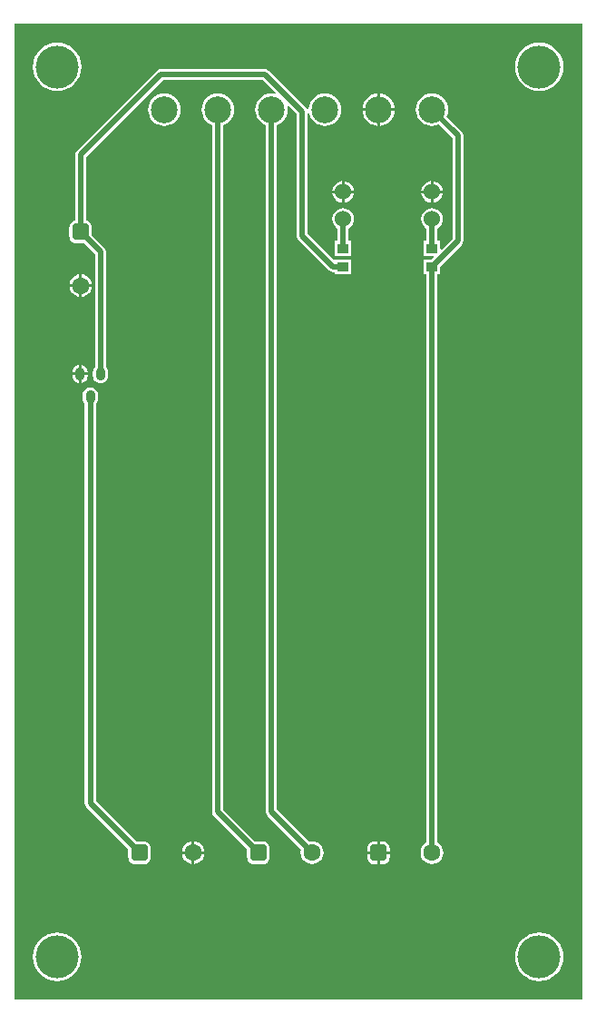
<source format=gtl>
%FSLAX44Y44*%
%MOMM*%
G71*
G01*
G75*
G04 Layer_Physical_Order=1*
G04 Layer_Color=255*
%ADD10R,1.0000X0.9000*%
%ADD11O,0.9000X1.2000*%
%ADD12C,0.5000*%
%ADD13C,2.5000*%
%ADD14C,1.5240*%
%ADD15C,4.0000*%
G04:AMPARAMS|DCode=16|XSize=1.6mm|YSize=1.6mm|CornerRadius=0.4mm|HoleSize=0mm|Usage=FLASHONLY|Rotation=0.000|XOffset=0mm|YOffset=0mm|HoleType=Round|Shape=RoundedRectangle|*
%AMROUNDEDRECTD16*
21,1,1.6000,0.8000,0,0,0.0*
21,1,0.8000,1.6000,0,0,0.0*
1,1,0.8000,0.4000,-0.4000*
1,1,0.8000,-0.4000,-0.4000*
1,1,0.8000,-0.4000,0.4000*
1,1,0.8000,0.4000,0.4000*
%
%ADD16ROUNDEDRECTD16*%
%ADD17C,1.6000*%
G04:AMPARAMS|DCode=18|XSize=1.6mm|YSize=1.6mm|CornerRadius=0.4mm|HoleSize=0mm|Usage=FLASHONLY|Rotation=270.000|XOffset=0mm|YOffset=0mm|HoleType=Round|Shape=RoundedRectangle|*
%AMROUNDEDRECTD18*
21,1,1.6000,0.8000,0,0,270.0*
21,1,0.8000,1.6000,0,0,270.0*
1,1,0.8000,-0.4000,-0.4000*
1,1,0.8000,-0.4000,0.4000*
1,1,0.8000,0.4000,0.4000*
1,1,0.8000,0.4000,-0.4000*
%
%ADD18ROUNDEDRECTD18*%
G36*
X535000Y5000D02*
X5000D01*
Y915000D01*
X535000D01*
Y5000D01*
D02*
G37*
%LPC*%
G36*
X349000Y152596D02*
X346270D01*
Y143270D01*
X355597D01*
Y146000D01*
X355372Y147707D01*
X354713Y149298D01*
X353665Y150664D01*
X352298Y151713D01*
X350708Y152372D01*
X349000Y152596D01*
D02*
G37*
G36*
X65230Y587230D02*
X59399D01*
Y587000D01*
X59641Y585162D01*
X60350Y583450D01*
X61479Y581979D01*
X62950Y580850D01*
X64662Y580141D01*
X65230Y580066D01*
Y587230D01*
D02*
G37*
G36*
X173270Y152464D02*
Y143270D01*
X182463D01*
X182269Y144751D01*
X181206Y147315D01*
X179517Y149517D01*
X177315Y151207D01*
X174751Y152269D01*
X173270Y152464D01*
D02*
G37*
G36*
X343730Y152596D02*
X341000D01*
X339293Y152372D01*
X337702Y151713D01*
X336336Y150664D01*
X335288Y149298D01*
X334628Y147707D01*
X334404Y146000D01*
Y143270D01*
X343730D01*
Y152596D01*
D02*
G37*
G36*
X73601Y587230D02*
X67770D01*
Y580066D01*
X68338Y580141D01*
X70050Y580850D01*
X71521Y581979D01*
X72649Y583450D01*
X73359Y585162D01*
X73601Y587000D01*
Y587230D01*
D02*
G37*
G36*
X65730Y669730D02*
X56536D01*
X56732Y668249D01*
X57794Y665685D01*
X59483Y663483D01*
X61685Y661793D01*
X64249Y660731D01*
X65730Y660536D01*
Y669730D01*
D02*
G37*
G36*
X77464D02*
X68270D01*
Y660536D01*
X69752Y660731D01*
X72316Y661793D01*
X74517Y663483D01*
X76207Y665685D01*
X77269Y668249D01*
X77464Y669730D01*
D02*
G37*
G36*
X65230Y596933D02*
X64662Y596859D01*
X62950Y596149D01*
X61479Y595021D01*
X60350Y593550D01*
X59641Y591838D01*
X59399Y590000D01*
Y589770D01*
X65230D01*
Y596933D01*
D02*
G37*
G36*
X67770D02*
Y589770D01*
X73601D01*
Y590000D01*
X73359Y591838D01*
X72649Y593550D01*
X71521Y595021D01*
X70050Y596149D01*
X68338Y596859D01*
X67770Y596933D01*
D02*
G37*
G36*
X76000Y576101D02*
X74162Y575859D01*
X72450Y575149D01*
X70979Y574021D01*
X69851Y572551D01*
X69141Y570838D01*
X68899Y569000D01*
Y566000D01*
X69141Y564162D01*
X69851Y562450D01*
X70861Y561133D01*
Y188000D01*
X70861Y188000D01*
X70861D01*
X71252Y186033D01*
X72366Y184366D01*
X111404Y145329D01*
Y138000D01*
X111628Y136293D01*
X112287Y134702D01*
X113336Y133336D01*
X114702Y132287D01*
X116293Y131628D01*
X118000Y131403D01*
X126000D01*
X127707Y131628D01*
X129298Y132287D01*
X130664Y133336D01*
X131713Y134702D01*
X132372Y136293D01*
X132596Y138000D01*
Y146000D01*
X132372Y147707D01*
X131713Y149298D01*
X130664Y150664D01*
X129298Y151713D01*
X127707Y152372D01*
X126000Y152596D01*
X118671D01*
X81139Y190128D01*
Y561133D01*
X82149Y562450D01*
X82859Y564162D01*
X83101Y566000D01*
Y569000D01*
X82859Y570838D01*
X82149Y572551D01*
X81021Y574021D01*
X79550Y575149D01*
X77838Y575859D01*
X76000Y576101D01*
D02*
G37*
G36*
X195000Y850113D02*
X192052Y849823D01*
X189217Y848963D01*
X186604Y847566D01*
X184314Y845687D01*
X182434Y843396D01*
X181038Y840784D01*
X180178Y837949D01*
X179887Y835000D01*
X180178Y832052D01*
X181038Y829217D01*
X182434Y826604D01*
X184314Y824314D01*
X186604Y822434D01*
X189217Y821038D01*
X189861Y820842D01*
Y180000D01*
X189861Y180000D01*
X189861D01*
X190252Y178033D01*
X191366Y176366D01*
X222404Y145329D01*
Y138000D01*
X222628Y136293D01*
X223287Y134702D01*
X224335Y133336D01*
X225702Y132287D01*
X227293Y131628D01*
X229000Y131403D01*
X237000D01*
X238707Y131628D01*
X240298Y132287D01*
X241664Y133336D01*
X242713Y134702D01*
X243372Y136293D01*
X243596Y138000D01*
Y146000D01*
X243372Y147707D01*
X242713Y149298D01*
X241664Y150664D01*
X240298Y151713D01*
X238707Y152372D01*
X237000Y152596D01*
X229671D01*
X200139Y182128D01*
Y820842D01*
X200783Y821038D01*
X203396Y822434D01*
X205686Y824314D01*
X207566Y826604D01*
X208962Y829217D01*
X209822Y832052D01*
X210113Y835000D01*
X209822Y837949D01*
X208962Y840784D01*
X207566Y843396D01*
X205686Y845687D01*
X203396Y847566D01*
X200783Y848963D01*
X197948Y849823D01*
X195000Y850113D01*
D02*
G37*
G36*
X45000Y67649D02*
X40581Y67214D01*
X36332Y65925D01*
X32417Y63832D01*
X28984Y61015D01*
X26168Y57583D01*
X24075Y53667D01*
X22786Y49418D01*
X22351Y45000D01*
X22786Y40581D01*
X24075Y36332D01*
X26168Y32417D01*
X28984Y28984D01*
X32417Y26168D01*
X36332Y24075D01*
X40581Y22786D01*
X45000Y22351D01*
X49418Y22786D01*
X53667Y24075D01*
X57583Y26168D01*
X61015Y28984D01*
X63832Y32417D01*
X65925Y36332D01*
X67214Y40581D01*
X67649Y45000D01*
X67214Y49418D01*
X65925Y53667D01*
X63832Y57583D01*
X61015Y61015D01*
X57583Y63832D01*
X53667Y65925D01*
X49418Y67214D01*
X45000Y67649D01*
D02*
G37*
G36*
X495000D02*
X490581Y67214D01*
X486333Y65925D01*
X482417Y63832D01*
X478985Y61015D01*
X476168Y57583D01*
X474075Y53667D01*
X472786Y49418D01*
X472351Y45000D01*
X472786Y40581D01*
X474075Y36332D01*
X476168Y32417D01*
X478985Y28984D01*
X482417Y26168D01*
X486333Y24075D01*
X490581Y22786D01*
X495000Y22351D01*
X499418Y22786D01*
X503667Y24075D01*
X507583Y26168D01*
X511015Y28984D01*
X513832Y32417D01*
X515925Y36332D01*
X517214Y40581D01*
X517649Y45000D01*
X517214Y49418D01*
X515925Y53667D01*
X513832Y57583D01*
X511015Y61015D01*
X507583Y63832D01*
X503667Y65925D01*
X499418Y67214D01*
X495000Y67649D01*
D02*
G37*
G36*
X343730Y140730D02*
X334404D01*
Y138000D01*
X334628Y136293D01*
X335288Y134702D01*
X336336Y133336D01*
X337702Y132287D01*
X339293Y131628D01*
X341000Y131403D01*
X343730D01*
Y140730D01*
D02*
G37*
G36*
X182463D02*
X173270D01*
Y131536D01*
X174751Y131731D01*
X177315Y132793D01*
X179517Y134483D01*
X181206Y136684D01*
X182269Y139248D01*
X182463Y140730D01*
D02*
G37*
G36*
X170730Y152464D02*
X169248Y152269D01*
X166684Y151207D01*
X164483Y149517D01*
X162793Y147315D01*
X161731Y144751D01*
X161536Y143270D01*
X170730D01*
Y152464D01*
D02*
G37*
G36*
X355597Y140730D02*
X346270D01*
Y131403D01*
X349000D01*
X350708Y131628D01*
X352298Y132287D01*
X353665Y133336D01*
X354713Y134702D01*
X355372Y136293D01*
X355597Y138000D01*
Y140730D01*
D02*
G37*
G36*
X170730D02*
X161536D01*
X161731Y139248D01*
X162793Y136684D01*
X164483Y134483D01*
X166684Y132793D01*
X169248Y131731D01*
X170730Y131536D01*
Y140730D01*
D02*
G37*
G36*
X65730Y681464D02*
X64249Y681269D01*
X61685Y680207D01*
X59483Y678517D01*
X57794Y676316D01*
X56732Y673752D01*
X56536Y672270D01*
X65730D01*
Y681464D01*
D02*
G37*
G36*
X343730Y833730D02*
X330013D01*
X330178Y832052D01*
X331038Y829217D01*
X332434Y826604D01*
X334314Y824314D01*
X336604Y822434D01*
X339217Y821038D01*
X342052Y820178D01*
X343730Y820013D01*
Y833730D01*
D02*
G37*
G36*
X359988D02*
X346270D01*
Y820013D01*
X347949Y820178D01*
X350784Y821038D01*
X353396Y822434D01*
X355686Y824314D01*
X357566Y826604D01*
X358963Y829217D01*
X359823Y832052D01*
X359988Y833730D01*
D02*
G37*
G36*
X396270Y768480D02*
Y759670D01*
X405081D01*
X404899Y761052D01*
X403875Y763524D01*
X402246Y765646D01*
X400124Y767275D01*
X397652Y768298D01*
X396270Y768480D01*
D02*
G37*
G36*
X145000Y850113D02*
X142052Y849823D01*
X139217Y848963D01*
X136604Y847566D01*
X134314Y845687D01*
X132434Y843396D01*
X131038Y840784D01*
X130178Y837949D01*
X129887Y835000D01*
X130178Y832052D01*
X131038Y829217D01*
X132434Y826604D01*
X134314Y824314D01*
X136604Y822434D01*
X139217Y821038D01*
X142052Y820178D01*
X145000Y819887D01*
X147948Y820178D01*
X150784Y821038D01*
X153396Y822434D01*
X155686Y824314D01*
X157566Y826604D01*
X158962Y829217D01*
X159823Y832052D01*
X160113Y835000D01*
X159823Y837949D01*
X158962Y840784D01*
X157566Y843396D01*
X155686Y845687D01*
X153396Y847566D01*
X150784Y848963D01*
X147948Y849823D01*
X145000Y850113D01*
D02*
G37*
G36*
X343730Y849988D02*
X342052Y849823D01*
X339217Y848963D01*
X336604Y847566D01*
X334314Y845687D01*
X332434Y843396D01*
X331038Y840784D01*
X330178Y837949D01*
X330013Y836270D01*
X343730D01*
Y849988D01*
D02*
G37*
G36*
X45000Y897649D02*
X40581Y897214D01*
X36332Y895925D01*
X32417Y893832D01*
X28984Y891015D01*
X26168Y887583D01*
X24075Y883668D01*
X22786Y879419D01*
X22351Y875000D01*
X22786Y870582D01*
X24075Y866333D01*
X26168Y862417D01*
X28984Y858985D01*
X32417Y856168D01*
X36332Y854075D01*
X40581Y852786D01*
X45000Y852351D01*
X49418Y852786D01*
X53667Y854075D01*
X57583Y856168D01*
X61015Y858985D01*
X63832Y862417D01*
X65925Y866333D01*
X67214Y870582D01*
X67649Y875000D01*
X67214Y879419D01*
X65925Y883668D01*
X63832Y887583D01*
X61015Y891015D01*
X57583Y893832D01*
X53667Y895925D01*
X49418Y897214D01*
X45000Y897649D01*
D02*
G37*
G36*
X495000D02*
X490581Y897214D01*
X486333Y895925D01*
X482417Y893832D01*
X478985Y891015D01*
X476168Y887583D01*
X474075Y883668D01*
X472786Y879419D01*
X472351Y875000D01*
X472786Y870582D01*
X474075Y866333D01*
X476168Y862417D01*
X478985Y858985D01*
X482417Y856168D01*
X486333Y854075D01*
X490581Y852786D01*
X495000Y852351D01*
X499418Y852786D01*
X503667Y854075D01*
X507583Y856168D01*
X511015Y858985D01*
X513832Y862417D01*
X515925Y866333D01*
X517214Y870582D01*
X517649Y875000D01*
X517214Y879419D01*
X515925Y883668D01*
X513832Y887583D01*
X511015Y891015D01*
X507583Y893832D01*
X503667Y895925D01*
X499418Y897214D01*
X495000Y897649D01*
D02*
G37*
G36*
X346270Y849988D02*
Y836270D01*
X359988D01*
X359823Y837949D01*
X358963Y840784D01*
X357566Y843396D01*
X355686Y845687D01*
X353396Y847566D01*
X350784Y848963D01*
X347949Y849823D01*
X346270Y849988D01*
D02*
G37*
G36*
X239000Y873139D02*
X142000D01*
X140034Y872748D01*
X138366Y871634D01*
X63367Y796634D01*
X62253Y794967D01*
X61862Y793000D01*
Y731447D01*
X61293Y731372D01*
X59702Y730713D01*
X58336Y729664D01*
X57288Y728298D01*
X56629Y726707D01*
X56404Y725000D01*
Y717000D01*
X56629Y715293D01*
X57288Y713702D01*
X58336Y712336D01*
X59702Y711287D01*
X61293Y710628D01*
X63000Y710404D01*
X70329D01*
X80361Y700372D01*
Y594867D01*
X79351Y593550D01*
X78641Y591838D01*
X78399Y590000D01*
Y587000D01*
X78641Y585162D01*
X79351Y583450D01*
X80479Y581979D01*
X81950Y580850D01*
X83662Y580141D01*
X85500Y579899D01*
X87338Y580141D01*
X89050Y580850D01*
X90521Y581979D01*
X91650Y583450D01*
X92359Y585162D01*
X92601Y587000D01*
Y590000D01*
X92359Y591838D01*
X91650Y593550D01*
X90639Y594867D01*
Y702500D01*
X90248Y704467D01*
X89134Y706134D01*
X77597Y717671D01*
Y725000D01*
X77372Y726707D01*
X76713Y728298D01*
X75665Y729664D01*
X74299Y730713D01*
X72708Y731372D01*
X72139Y731447D01*
Y790872D01*
X144129Y862861D01*
X236871D01*
X248916Y850816D01*
X248264Y849727D01*
X247948Y849823D01*
X245000Y850113D01*
X242052Y849823D01*
X239216Y848963D01*
X236604Y847566D01*
X234314Y845687D01*
X232434Y843396D01*
X231038Y840784D01*
X230177Y837949D01*
X229887Y835000D01*
X230177Y832052D01*
X231038Y829217D01*
X232434Y826604D01*
X234314Y824314D01*
X236604Y822434D01*
X239216Y821038D01*
X239861Y820842D01*
Y180000D01*
X239861Y180000D01*
X239861D01*
X240252Y178033D01*
X241366Y176366D01*
X272804Y144928D01*
X272731Y144751D01*
X272369Y142000D01*
X272731Y139248D01*
X273793Y136684D01*
X275483Y134483D01*
X277684Y132793D01*
X280248Y131731D01*
X283000Y131369D01*
X285751Y131731D01*
X288315Y132793D01*
X290517Y134483D01*
X292206Y136684D01*
X293269Y139248D01*
X293631Y142000D01*
X293269Y144751D01*
X292206Y147315D01*
X290517Y149517D01*
X288315Y151207D01*
X285751Y152269D01*
X283000Y152631D01*
X280248Y152269D01*
X280072Y152195D01*
X250139Y182128D01*
Y820842D01*
X250783Y821038D01*
X253396Y822434D01*
X255686Y824314D01*
X257566Y826604D01*
X258962Y829217D01*
X259822Y832052D01*
X260113Y835000D01*
X259822Y837949D01*
X259727Y838264D01*
X260816Y838917D01*
X268861Y830872D01*
Y717000D01*
X268861Y717000D01*
X268861D01*
X269252Y715033D01*
X270366Y713366D01*
X298866Y684866D01*
X300533Y683753D01*
X302500Y683361D01*
X304460D01*
Y681460D01*
X319540D01*
Y695540D01*
X304460D01*
Y695467D01*
X303287Y694981D01*
X279139Y719128D01*
Y831148D01*
X280395Y831335D01*
X281037Y829217D01*
X282434Y826604D01*
X284314Y824314D01*
X286604Y822434D01*
X289216Y821038D01*
X292051Y820178D01*
X295000Y819887D01*
X297948Y820178D01*
X300783Y821038D01*
X303396Y822434D01*
X305686Y824314D01*
X307566Y826604D01*
X308962Y829217D01*
X309822Y832052D01*
X310113Y835000D01*
X309822Y837949D01*
X308962Y840784D01*
X307566Y843396D01*
X305686Y845687D01*
X303396Y847566D01*
X300783Y848963D01*
X297948Y849823D01*
X295000Y850113D01*
X292051Y849823D01*
X289216Y848963D01*
X286604Y847566D01*
X284314Y845687D01*
X282434Y843396D01*
X281037Y840784D01*
X280177Y837949D01*
X279923Y835360D01*
X278691Y835052D01*
X277634Y836634D01*
X242634Y871634D01*
X240966Y872748D01*
X239000Y873139D01*
D02*
G37*
G36*
X393730Y768480D02*
X392348Y768298D01*
X389876Y767275D01*
X387754Y765646D01*
X386125Y763524D01*
X385102Y761052D01*
X384920Y759670D01*
X393730D01*
Y768480D01*
D02*
G37*
G36*
X395000Y850113D02*
X392052Y849823D01*
X389217Y848963D01*
X386604Y847566D01*
X384314Y845687D01*
X382434Y843396D01*
X381038Y840784D01*
X380178Y837949D01*
X379887Y835000D01*
X380178Y832052D01*
X381038Y829217D01*
X382434Y826604D01*
X384314Y824314D01*
X386604Y822434D01*
X389217Y821038D01*
X392052Y820178D01*
X395000Y819887D01*
X397948Y820178D01*
X400784Y821038D01*
X401378Y821355D01*
X413861Y808872D01*
Y714629D01*
X403713Y704481D01*
X402540Y704967D01*
Y712540D01*
X400139D01*
Y724137D01*
X402246Y725754D01*
X403875Y727876D01*
X404899Y730348D01*
X405248Y733000D01*
X404899Y735652D01*
X403875Y738124D01*
X402246Y740246D01*
X400124Y741875D01*
X397652Y742898D01*
X395000Y743248D01*
X392348Y742898D01*
X389876Y741875D01*
X387754Y740246D01*
X386125Y738124D01*
X385102Y735652D01*
X384752Y733000D01*
X385102Y730348D01*
X386125Y727876D01*
X387754Y725754D01*
X389861Y724137D01*
Y712540D01*
X387460D01*
Y698460D01*
X396033D01*
X396519Y697287D01*
X394773Y695540D01*
X387460D01*
Y681460D01*
X389861D01*
Y151280D01*
X389685Y151207D01*
X387483Y149517D01*
X385793Y147315D01*
X384731Y144751D01*
X384369Y142000D01*
X384731Y139248D01*
X385793Y136684D01*
X387483Y134483D01*
X389685Y132793D01*
X392249Y131731D01*
X395000Y131369D01*
X397752Y131731D01*
X400316Y132793D01*
X402517Y134483D01*
X404207Y136684D01*
X405269Y139248D01*
X405631Y142000D01*
X405269Y144751D01*
X404207Y147315D01*
X402517Y149517D01*
X400316Y151207D01*
X400139Y151280D01*
Y681460D01*
X402540D01*
Y688773D01*
X422634Y708866D01*
X423748Y710534D01*
X424139Y712500D01*
Y811000D01*
X423748Y812967D01*
X422634Y814634D01*
X408645Y828623D01*
X408963Y829217D01*
X409823Y832052D01*
X410113Y835000D01*
X409823Y837949D01*
X408963Y840784D01*
X407566Y843396D01*
X405686Y845687D01*
X403396Y847566D01*
X400784Y848963D01*
X397948Y849823D01*
X395000Y850113D01*
D02*
G37*
G36*
X310730Y757130D02*
X301919D01*
X302101Y755748D01*
X303125Y753276D01*
X304754Y751154D01*
X306876Y749525D01*
X309348Y748501D01*
X310730Y748319D01*
Y757130D01*
D02*
G37*
G36*
X68270Y681464D02*
Y672270D01*
X77464D01*
X77269Y673752D01*
X76207Y676316D01*
X74517Y678517D01*
X72316Y680207D01*
X69752Y681269D01*
X68270Y681464D01*
D02*
G37*
G36*
X312000Y743248D02*
X309348Y742898D01*
X306876Y741875D01*
X304754Y740246D01*
X303125Y738124D01*
X302101Y735652D01*
X301752Y733000D01*
X302101Y730348D01*
X303125Y727876D01*
X304754Y725754D01*
X306861Y724137D01*
Y712540D01*
X304460D01*
Y698460D01*
X319540D01*
Y712540D01*
X317139D01*
Y724137D01*
X319246Y725754D01*
X320875Y727876D01*
X321898Y730348D01*
X322248Y733000D01*
X321898Y735652D01*
X320875Y738124D01*
X319246Y740246D01*
X317124Y741875D01*
X314652Y742898D01*
X312000Y743248D01*
D02*
G37*
G36*
X322080Y757130D02*
X313270D01*
Y748319D01*
X314652Y748501D01*
X317124Y749525D01*
X319246Y751154D01*
X320875Y753276D01*
X321898Y755748D01*
X322080Y757130D01*
D02*
G37*
G36*
X310730Y768480D02*
X309348Y768298D01*
X306876Y767275D01*
X304754Y765646D01*
X303125Y763524D01*
X302101Y761052D01*
X301919Y759670D01*
X310730D01*
Y768480D01*
D02*
G37*
G36*
X313270D02*
Y759670D01*
X322080D01*
X321898Y761052D01*
X320875Y763524D01*
X319246Y765646D01*
X317124Y767275D01*
X314652Y768298D01*
X313270Y768480D01*
D02*
G37*
G36*
X393730Y757130D02*
X384920D01*
X385102Y755748D01*
X386125Y753276D01*
X387754Y751154D01*
X389876Y749525D01*
X392348Y748501D01*
X393730Y748319D01*
Y757130D01*
D02*
G37*
G36*
X405081D02*
X396270D01*
Y748319D01*
X397652Y748501D01*
X400124Y749525D01*
X402246Y751154D01*
X403875Y753276D01*
X404899Y755748D01*
X405081Y757130D01*
D02*
G37*
%LPD*%
D10*
X312000Y705500D02*
D03*
Y688500D02*
D03*
X395000D02*
D03*
Y705500D02*
D03*
D11*
X76000Y567500D02*
D03*
X85500Y588500D02*
D03*
X66500D02*
D03*
D12*
X312000Y705500D02*
Y733000D01*
X395000Y705500D02*
Y733000D01*
X302500Y688500D02*
X312000D01*
X274000Y717000D02*
X302500Y688500D01*
X274000Y717000D02*
Y833000D01*
X239000Y868000D02*
X274000Y833000D01*
X142000Y868000D02*
X239000D01*
X67000Y793000D02*
X142000Y868000D01*
X67000Y721000D02*
Y793000D01*
X195000Y180000D02*
X233000Y142000D01*
X195000Y180000D02*
Y835000D01*
X245000Y180000D02*
X283000Y142000D01*
X245000Y180000D02*
Y835000D01*
X67000Y721000D02*
X85500Y702500D01*
X395000Y142000D02*
Y688500D01*
X419000Y712500D01*
Y811000D01*
X395000Y835000D02*
X419000Y811000D01*
X76000Y188000D02*
X122000Y142000D01*
X76000Y188000D02*
Y567500D01*
X85500Y588500D02*
Y702500D01*
D13*
X245000Y835000D02*
D03*
X395000D02*
D03*
X145000D02*
D03*
X195000D02*
D03*
X295000D02*
D03*
X345000D02*
D03*
D14*
X395000Y733000D02*
D03*
Y758400D02*
D03*
X312000Y733000D02*
D03*
Y758400D02*
D03*
D15*
X495000Y45000D02*
D03*
X45000D02*
D03*
Y875000D02*
D03*
X495000D02*
D03*
D16*
X345000Y142000D02*
D03*
X233000D02*
D03*
X122000D02*
D03*
D17*
X395000D02*
D03*
X283000D02*
D03*
X172000D02*
D03*
X67000Y671000D02*
D03*
D18*
Y721000D02*
D03*
M02*

</source>
